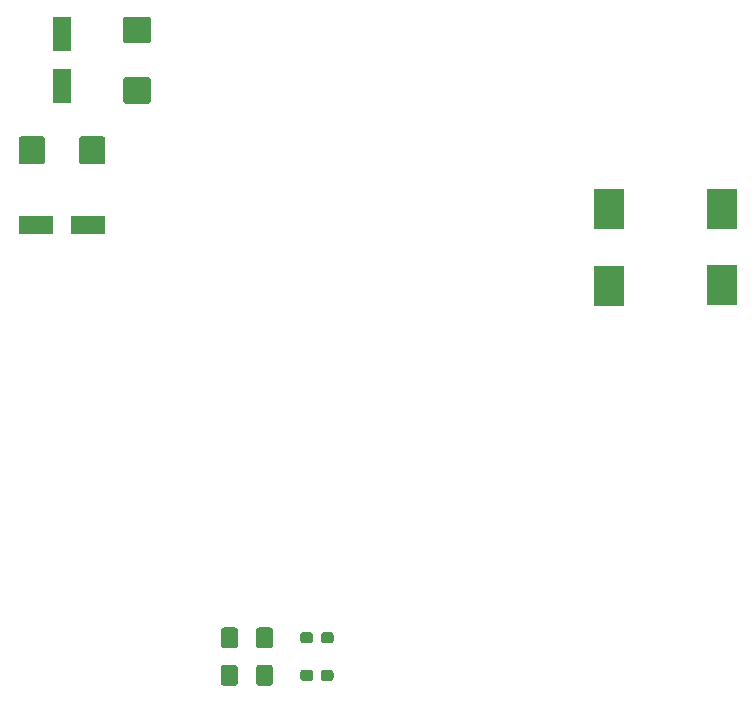
<source format=gbr>
G04 #@! TF.GenerationSoftware,KiCad,Pcbnew,(5.0.0)*
G04 #@! TF.CreationDate,2018-08-26T00:23:22+09:00*
G04 #@! TF.ProjectId,power-supply,706F7765722D737570706C792E6B6963,rev?*
G04 #@! TF.SameCoordinates,Original*
G04 #@! TF.FileFunction,Paste,Top*
G04 #@! TF.FilePolarity,Positive*
%FSLAX46Y46*%
G04 Gerber Fmt 4.6, Leading zero omitted, Abs format (unit mm)*
G04 Created by KiCad (PCBNEW (5.0.0)) date 08/26/18 00:23:22*
%MOMM*%
%LPD*%
G01*
G04 APERTURE LIST*
%ADD10R,3.000000X1.600000*%
%ADD11R,2.500000X3.500000*%
%ADD12C,0.100000*%
%ADD13C,2.250000*%
%ADD14R,1.600000X3.000000*%
%ADD15C,0.950000*%
%ADD16C,1.425000*%
G04 APERTURE END LIST*
D10*
G04 #@! TO.C,C4*
X-19390000Y-3175000D03*
X-23790000Y-3175000D03*
G04 #@! TD*
D11*
G04 #@! TO.C,C5*
X34290000Y-1755000D03*
X34290000Y-8255000D03*
G04 #@! TD*
D12*
G04 #@! TO.C,C6*
G36*
X-18140495Y4348796D02*
X-18116227Y4345196D01*
X-18092428Y4339235D01*
X-18069329Y4330970D01*
X-18047150Y4320480D01*
X-18026107Y4307868D01*
X-18006401Y4293253D01*
X-17988223Y4276777D01*
X-17971747Y4258599D01*
X-17957132Y4238893D01*
X-17944520Y4217850D01*
X-17934030Y4195671D01*
X-17925765Y4172572D01*
X-17919804Y4148773D01*
X-17916204Y4124505D01*
X-17915000Y4100001D01*
X-17915000Y2249999D01*
X-17916204Y2225495D01*
X-17919804Y2201227D01*
X-17925765Y2177428D01*
X-17934030Y2154329D01*
X-17944520Y2132150D01*
X-17957132Y2111107D01*
X-17971747Y2091401D01*
X-17988223Y2073223D01*
X-18006401Y2056747D01*
X-18026107Y2042132D01*
X-18047150Y2029520D01*
X-18069329Y2019030D01*
X-18092428Y2010765D01*
X-18116227Y2004804D01*
X-18140495Y2001204D01*
X-18164999Y2000000D01*
X-19915001Y2000000D01*
X-19939505Y2001204D01*
X-19963773Y2004804D01*
X-19987572Y2010765D01*
X-20010671Y2019030D01*
X-20032850Y2029520D01*
X-20053893Y2042132D01*
X-20073599Y2056747D01*
X-20091777Y2073223D01*
X-20108253Y2091401D01*
X-20122868Y2111107D01*
X-20135480Y2132150D01*
X-20145970Y2154329D01*
X-20154235Y2177428D01*
X-20160196Y2201227D01*
X-20163796Y2225495D01*
X-20165000Y2249999D01*
X-20165000Y4100001D01*
X-20163796Y4124505D01*
X-20160196Y4148773D01*
X-20154235Y4172572D01*
X-20145970Y4195671D01*
X-20135480Y4217850D01*
X-20122868Y4238893D01*
X-20108253Y4258599D01*
X-20091777Y4276777D01*
X-20073599Y4293253D01*
X-20053893Y4307868D01*
X-20032850Y4320480D01*
X-20010671Y4330970D01*
X-19987572Y4339235D01*
X-19963773Y4345196D01*
X-19939505Y4348796D01*
X-19915001Y4350000D01*
X-18164999Y4350000D01*
X-18140495Y4348796D01*
X-18140495Y4348796D01*
G37*
D13*
X-19040000Y3175000D03*
D12*
G36*
X-23240495Y4348796D02*
X-23216227Y4345196D01*
X-23192428Y4339235D01*
X-23169329Y4330970D01*
X-23147150Y4320480D01*
X-23126107Y4307868D01*
X-23106401Y4293253D01*
X-23088223Y4276777D01*
X-23071747Y4258599D01*
X-23057132Y4238893D01*
X-23044520Y4217850D01*
X-23034030Y4195671D01*
X-23025765Y4172572D01*
X-23019804Y4148773D01*
X-23016204Y4124505D01*
X-23015000Y4100001D01*
X-23015000Y2249999D01*
X-23016204Y2225495D01*
X-23019804Y2201227D01*
X-23025765Y2177428D01*
X-23034030Y2154329D01*
X-23044520Y2132150D01*
X-23057132Y2111107D01*
X-23071747Y2091401D01*
X-23088223Y2073223D01*
X-23106401Y2056747D01*
X-23126107Y2042132D01*
X-23147150Y2029520D01*
X-23169329Y2019030D01*
X-23192428Y2010765D01*
X-23216227Y2004804D01*
X-23240495Y2001204D01*
X-23264999Y2000000D01*
X-25015001Y2000000D01*
X-25039505Y2001204D01*
X-25063773Y2004804D01*
X-25087572Y2010765D01*
X-25110671Y2019030D01*
X-25132850Y2029520D01*
X-25153893Y2042132D01*
X-25173599Y2056747D01*
X-25191777Y2073223D01*
X-25208253Y2091401D01*
X-25222868Y2111107D01*
X-25235480Y2132150D01*
X-25245970Y2154329D01*
X-25254235Y2177428D01*
X-25260196Y2201227D01*
X-25263796Y2225495D01*
X-25265000Y2249999D01*
X-25265000Y4100001D01*
X-25263796Y4124505D01*
X-25260196Y4148773D01*
X-25254235Y4172572D01*
X-25245970Y4195671D01*
X-25235480Y4217850D01*
X-25222868Y4238893D01*
X-25208253Y4258599D01*
X-25191777Y4276777D01*
X-25173599Y4293253D01*
X-25153893Y4307868D01*
X-25132850Y4320480D01*
X-25110671Y4330970D01*
X-25087572Y4339235D01*
X-25063773Y4345196D01*
X-25039505Y4348796D01*
X-25015001Y4350000D01*
X-23264999Y4350000D01*
X-23240495Y4348796D01*
X-23240495Y4348796D01*
G37*
D13*
X-24140000Y3175000D03*
G04 #@! TD*
D14*
G04 #@! TO.C,C7*
X-21590000Y12995000D03*
X-21590000Y8595000D03*
G04 #@! TD*
D12*
G04 #@! TO.C,C8*
G36*
X-14290495Y14468796D02*
X-14266227Y14465196D01*
X-14242428Y14459235D01*
X-14219329Y14450970D01*
X-14197150Y14440480D01*
X-14176107Y14427868D01*
X-14156401Y14413253D01*
X-14138223Y14396777D01*
X-14121747Y14378599D01*
X-14107132Y14358893D01*
X-14094520Y14337850D01*
X-14084030Y14315671D01*
X-14075765Y14292572D01*
X-14069804Y14268773D01*
X-14066204Y14244505D01*
X-14065000Y14220001D01*
X-14065000Y12469999D01*
X-14066204Y12445495D01*
X-14069804Y12421227D01*
X-14075765Y12397428D01*
X-14084030Y12374329D01*
X-14094520Y12352150D01*
X-14107132Y12331107D01*
X-14121747Y12311401D01*
X-14138223Y12293223D01*
X-14156401Y12276747D01*
X-14176107Y12262132D01*
X-14197150Y12249520D01*
X-14219329Y12239030D01*
X-14242428Y12230765D01*
X-14266227Y12224804D01*
X-14290495Y12221204D01*
X-14314999Y12220000D01*
X-16165001Y12220000D01*
X-16189505Y12221204D01*
X-16213773Y12224804D01*
X-16237572Y12230765D01*
X-16260671Y12239030D01*
X-16282850Y12249520D01*
X-16303893Y12262132D01*
X-16323599Y12276747D01*
X-16341777Y12293223D01*
X-16358253Y12311401D01*
X-16372868Y12331107D01*
X-16385480Y12352150D01*
X-16395970Y12374329D01*
X-16404235Y12397428D01*
X-16410196Y12421227D01*
X-16413796Y12445495D01*
X-16415000Y12469999D01*
X-16415000Y14220001D01*
X-16413796Y14244505D01*
X-16410196Y14268773D01*
X-16404235Y14292572D01*
X-16395970Y14315671D01*
X-16385480Y14337850D01*
X-16372868Y14358893D01*
X-16358253Y14378599D01*
X-16341777Y14396777D01*
X-16323599Y14413253D01*
X-16303893Y14427868D01*
X-16282850Y14440480D01*
X-16260671Y14450970D01*
X-16237572Y14459235D01*
X-16213773Y14465196D01*
X-16189505Y14468796D01*
X-16165001Y14470000D01*
X-14314999Y14470000D01*
X-14290495Y14468796D01*
X-14290495Y14468796D01*
G37*
D13*
X-15240000Y13345000D03*
D12*
G36*
X-14290495Y9368796D02*
X-14266227Y9365196D01*
X-14242428Y9359235D01*
X-14219329Y9350970D01*
X-14197150Y9340480D01*
X-14176107Y9327868D01*
X-14156401Y9313253D01*
X-14138223Y9296777D01*
X-14121747Y9278599D01*
X-14107132Y9258893D01*
X-14094520Y9237850D01*
X-14084030Y9215671D01*
X-14075765Y9192572D01*
X-14069804Y9168773D01*
X-14066204Y9144505D01*
X-14065000Y9120001D01*
X-14065000Y7369999D01*
X-14066204Y7345495D01*
X-14069804Y7321227D01*
X-14075765Y7297428D01*
X-14084030Y7274329D01*
X-14094520Y7252150D01*
X-14107132Y7231107D01*
X-14121747Y7211401D01*
X-14138223Y7193223D01*
X-14156401Y7176747D01*
X-14176107Y7162132D01*
X-14197150Y7149520D01*
X-14219329Y7139030D01*
X-14242428Y7130765D01*
X-14266227Y7124804D01*
X-14290495Y7121204D01*
X-14314999Y7120000D01*
X-16165001Y7120000D01*
X-16189505Y7121204D01*
X-16213773Y7124804D01*
X-16237572Y7130765D01*
X-16260671Y7139030D01*
X-16282850Y7149520D01*
X-16303893Y7162132D01*
X-16323599Y7176747D01*
X-16341777Y7193223D01*
X-16358253Y7211401D01*
X-16372868Y7231107D01*
X-16385480Y7252150D01*
X-16395970Y7274329D01*
X-16404235Y7297428D01*
X-16410196Y7321227D01*
X-16413796Y7345495D01*
X-16415000Y7369999D01*
X-16415000Y9120001D01*
X-16413796Y9144505D01*
X-16410196Y9168773D01*
X-16404235Y9192572D01*
X-16395970Y9215671D01*
X-16385480Y9237850D01*
X-16372868Y9258893D01*
X-16358253Y9278599D01*
X-16341777Y9296777D01*
X-16323599Y9313253D01*
X-16303893Y9327868D01*
X-16282850Y9340480D01*
X-16260671Y9350970D01*
X-16237572Y9359235D01*
X-16213773Y9365196D01*
X-16189505Y9368796D01*
X-16165001Y9370000D01*
X-14314999Y9370000D01*
X-14290495Y9368796D01*
X-14290495Y9368796D01*
G37*
D13*
X-15240000Y8245000D03*
G04 #@! TD*
D11*
G04 #@! TO.C,C9*
X24765000Y-8330000D03*
X24765000Y-1830000D03*
G04 #@! TD*
D12*
G04 #@! TO.C,D3*
G36*
X-564221Y-40801144D02*
X-541166Y-40804563D01*
X-518557Y-40810227D01*
X-496613Y-40818079D01*
X-475543Y-40828044D01*
X-455552Y-40840026D01*
X-436832Y-40853910D01*
X-419562Y-40869562D01*
X-403910Y-40886832D01*
X-390026Y-40905552D01*
X-378044Y-40925543D01*
X-368079Y-40946613D01*
X-360227Y-40968557D01*
X-354563Y-40991166D01*
X-351144Y-41014221D01*
X-350000Y-41037500D01*
X-350000Y-41512500D01*
X-351144Y-41535779D01*
X-354563Y-41558834D01*
X-360227Y-41581443D01*
X-368079Y-41603387D01*
X-378044Y-41624457D01*
X-390026Y-41644448D01*
X-403910Y-41663168D01*
X-419562Y-41680438D01*
X-436832Y-41696090D01*
X-455552Y-41709974D01*
X-475543Y-41721956D01*
X-496613Y-41731921D01*
X-518557Y-41739773D01*
X-541166Y-41745437D01*
X-564221Y-41748856D01*
X-587500Y-41750000D01*
X-1162500Y-41750000D01*
X-1185779Y-41748856D01*
X-1208834Y-41745437D01*
X-1231443Y-41739773D01*
X-1253387Y-41731921D01*
X-1274457Y-41721956D01*
X-1294448Y-41709974D01*
X-1313168Y-41696090D01*
X-1330438Y-41680438D01*
X-1346090Y-41663168D01*
X-1359974Y-41644448D01*
X-1371956Y-41624457D01*
X-1381921Y-41603387D01*
X-1389773Y-41581443D01*
X-1395437Y-41558834D01*
X-1398856Y-41535779D01*
X-1400000Y-41512500D01*
X-1400000Y-41037500D01*
X-1398856Y-41014221D01*
X-1395437Y-40991166D01*
X-1389773Y-40968557D01*
X-1381921Y-40946613D01*
X-1371956Y-40925543D01*
X-1359974Y-40905552D01*
X-1346090Y-40886832D01*
X-1330438Y-40869562D01*
X-1313168Y-40853910D01*
X-1294448Y-40840026D01*
X-1274457Y-40828044D01*
X-1253387Y-40818079D01*
X-1231443Y-40810227D01*
X-1208834Y-40804563D01*
X-1185779Y-40801144D01*
X-1162500Y-40800000D01*
X-587500Y-40800000D01*
X-564221Y-40801144D01*
X-564221Y-40801144D01*
G37*
D15*
X-875000Y-41275000D03*
D12*
G36*
X1185779Y-40801144D02*
X1208834Y-40804563D01*
X1231443Y-40810227D01*
X1253387Y-40818079D01*
X1274457Y-40828044D01*
X1294448Y-40840026D01*
X1313168Y-40853910D01*
X1330438Y-40869562D01*
X1346090Y-40886832D01*
X1359974Y-40905552D01*
X1371956Y-40925543D01*
X1381921Y-40946613D01*
X1389773Y-40968557D01*
X1395437Y-40991166D01*
X1398856Y-41014221D01*
X1400000Y-41037500D01*
X1400000Y-41512500D01*
X1398856Y-41535779D01*
X1395437Y-41558834D01*
X1389773Y-41581443D01*
X1381921Y-41603387D01*
X1371956Y-41624457D01*
X1359974Y-41644448D01*
X1346090Y-41663168D01*
X1330438Y-41680438D01*
X1313168Y-41696090D01*
X1294448Y-41709974D01*
X1274457Y-41721956D01*
X1253387Y-41731921D01*
X1231443Y-41739773D01*
X1208834Y-41745437D01*
X1185779Y-41748856D01*
X1162500Y-41750000D01*
X587500Y-41750000D01*
X564221Y-41748856D01*
X541166Y-41745437D01*
X518557Y-41739773D01*
X496613Y-41731921D01*
X475543Y-41721956D01*
X455552Y-41709974D01*
X436832Y-41696090D01*
X419562Y-41680438D01*
X403910Y-41663168D01*
X390026Y-41644448D01*
X378044Y-41624457D01*
X368079Y-41603387D01*
X360227Y-41581443D01*
X354563Y-41558834D01*
X351144Y-41535779D01*
X350000Y-41512500D01*
X350000Y-41037500D01*
X351144Y-41014221D01*
X354563Y-40991166D01*
X360227Y-40968557D01*
X368079Y-40946613D01*
X378044Y-40925543D01*
X390026Y-40905552D01*
X403910Y-40886832D01*
X419562Y-40869562D01*
X436832Y-40853910D01*
X455552Y-40840026D01*
X475543Y-40828044D01*
X496613Y-40818079D01*
X518557Y-40810227D01*
X541166Y-40804563D01*
X564221Y-40801144D01*
X587500Y-40800000D01*
X1162500Y-40800000D01*
X1185779Y-40801144D01*
X1185779Y-40801144D01*
G37*
D15*
X875000Y-41275000D03*
G04 #@! TD*
D12*
G04 #@! TO.C,D4*
G36*
X1185779Y-37626144D02*
X1208834Y-37629563D01*
X1231443Y-37635227D01*
X1253387Y-37643079D01*
X1274457Y-37653044D01*
X1294448Y-37665026D01*
X1313168Y-37678910D01*
X1330438Y-37694562D01*
X1346090Y-37711832D01*
X1359974Y-37730552D01*
X1371956Y-37750543D01*
X1381921Y-37771613D01*
X1389773Y-37793557D01*
X1395437Y-37816166D01*
X1398856Y-37839221D01*
X1400000Y-37862500D01*
X1400000Y-38337500D01*
X1398856Y-38360779D01*
X1395437Y-38383834D01*
X1389773Y-38406443D01*
X1381921Y-38428387D01*
X1371956Y-38449457D01*
X1359974Y-38469448D01*
X1346090Y-38488168D01*
X1330438Y-38505438D01*
X1313168Y-38521090D01*
X1294448Y-38534974D01*
X1274457Y-38546956D01*
X1253387Y-38556921D01*
X1231443Y-38564773D01*
X1208834Y-38570437D01*
X1185779Y-38573856D01*
X1162500Y-38575000D01*
X587500Y-38575000D01*
X564221Y-38573856D01*
X541166Y-38570437D01*
X518557Y-38564773D01*
X496613Y-38556921D01*
X475543Y-38546956D01*
X455552Y-38534974D01*
X436832Y-38521090D01*
X419562Y-38505438D01*
X403910Y-38488168D01*
X390026Y-38469448D01*
X378044Y-38449457D01*
X368079Y-38428387D01*
X360227Y-38406443D01*
X354563Y-38383834D01*
X351144Y-38360779D01*
X350000Y-38337500D01*
X350000Y-37862500D01*
X351144Y-37839221D01*
X354563Y-37816166D01*
X360227Y-37793557D01*
X368079Y-37771613D01*
X378044Y-37750543D01*
X390026Y-37730552D01*
X403910Y-37711832D01*
X419562Y-37694562D01*
X436832Y-37678910D01*
X455552Y-37665026D01*
X475543Y-37653044D01*
X496613Y-37643079D01*
X518557Y-37635227D01*
X541166Y-37629563D01*
X564221Y-37626144D01*
X587500Y-37625000D01*
X1162500Y-37625000D01*
X1185779Y-37626144D01*
X1185779Y-37626144D01*
G37*
D15*
X875000Y-38100000D03*
D12*
G36*
X-564221Y-37626144D02*
X-541166Y-37629563D01*
X-518557Y-37635227D01*
X-496613Y-37643079D01*
X-475543Y-37653044D01*
X-455552Y-37665026D01*
X-436832Y-37678910D01*
X-419562Y-37694562D01*
X-403910Y-37711832D01*
X-390026Y-37730552D01*
X-378044Y-37750543D01*
X-368079Y-37771613D01*
X-360227Y-37793557D01*
X-354563Y-37816166D01*
X-351144Y-37839221D01*
X-350000Y-37862500D01*
X-350000Y-38337500D01*
X-351144Y-38360779D01*
X-354563Y-38383834D01*
X-360227Y-38406443D01*
X-368079Y-38428387D01*
X-378044Y-38449457D01*
X-390026Y-38469448D01*
X-403910Y-38488168D01*
X-419562Y-38505438D01*
X-436832Y-38521090D01*
X-455552Y-38534974D01*
X-475543Y-38546956D01*
X-496613Y-38556921D01*
X-518557Y-38564773D01*
X-541166Y-38570437D01*
X-564221Y-38573856D01*
X-587500Y-38575000D01*
X-1162500Y-38575000D01*
X-1185779Y-38573856D01*
X-1208834Y-38570437D01*
X-1231443Y-38564773D01*
X-1253387Y-38556921D01*
X-1274457Y-38546956D01*
X-1294448Y-38534974D01*
X-1313168Y-38521090D01*
X-1330438Y-38505438D01*
X-1346090Y-38488168D01*
X-1359974Y-38469448D01*
X-1371956Y-38449457D01*
X-1381921Y-38428387D01*
X-1389773Y-38406443D01*
X-1395437Y-38383834D01*
X-1398856Y-38360779D01*
X-1400000Y-38337500D01*
X-1400000Y-37862500D01*
X-1398856Y-37839221D01*
X-1395437Y-37816166D01*
X-1389773Y-37793557D01*
X-1381921Y-37771613D01*
X-1371956Y-37750543D01*
X-1359974Y-37730552D01*
X-1346090Y-37711832D01*
X-1330438Y-37694562D01*
X-1313168Y-37678910D01*
X-1294448Y-37665026D01*
X-1274457Y-37653044D01*
X-1253387Y-37643079D01*
X-1231443Y-37635227D01*
X-1208834Y-37629563D01*
X-1185779Y-37626144D01*
X-1162500Y-37625000D01*
X-587500Y-37625000D01*
X-564221Y-37626144D01*
X-564221Y-37626144D01*
G37*
D15*
X-875000Y-38100000D03*
G04 #@! TD*
D12*
G04 #@! TO.C,R1*
G36*
X-3957996Y-40401204D02*
X-3933727Y-40404804D01*
X-3909929Y-40410765D01*
X-3886829Y-40419030D01*
X-3864651Y-40429520D01*
X-3843607Y-40442133D01*
X-3823902Y-40456747D01*
X-3805723Y-40473223D01*
X-3789247Y-40491402D01*
X-3774633Y-40511107D01*
X-3762020Y-40532151D01*
X-3751530Y-40554329D01*
X-3743265Y-40577429D01*
X-3737304Y-40601227D01*
X-3733704Y-40625496D01*
X-3732500Y-40650000D01*
X-3732500Y-41900000D01*
X-3733704Y-41924504D01*
X-3737304Y-41948773D01*
X-3743265Y-41972571D01*
X-3751530Y-41995671D01*
X-3762020Y-42017849D01*
X-3774633Y-42038893D01*
X-3789247Y-42058598D01*
X-3805723Y-42076777D01*
X-3823902Y-42093253D01*
X-3843607Y-42107867D01*
X-3864651Y-42120480D01*
X-3886829Y-42130970D01*
X-3909929Y-42139235D01*
X-3933727Y-42145196D01*
X-3957996Y-42148796D01*
X-3982500Y-42150000D01*
X-4907500Y-42150000D01*
X-4932004Y-42148796D01*
X-4956273Y-42145196D01*
X-4980071Y-42139235D01*
X-5003171Y-42130970D01*
X-5025349Y-42120480D01*
X-5046393Y-42107867D01*
X-5066098Y-42093253D01*
X-5084277Y-42076777D01*
X-5100753Y-42058598D01*
X-5115367Y-42038893D01*
X-5127980Y-42017849D01*
X-5138470Y-41995671D01*
X-5146735Y-41972571D01*
X-5152696Y-41948773D01*
X-5156296Y-41924504D01*
X-5157500Y-41900000D01*
X-5157500Y-40650000D01*
X-5156296Y-40625496D01*
X-5152696Y-40601227D01*
X-5146735Y-40577429D01*
X-5138470Y-40554329D01*
X-5127980Y-40532151D01*
X-5115367Y-40511107D01*
X-5100753Y-40491402D01*
X-5084277Y-40473223D01*
X-5066098Y-40456747D01*
X-5046393Y-40442133D01*
X-5025349Y-40429520D01*
X-5003171Y-40419030D01*
X-4980071Y-40410765D01*
X-4956273Y-40404804D01*
X-4932004Y-40401204D01*
X-4907500Y-40400000D01*
X-3982500Y-40400000D01*
X-3957996Y-40401204D01*
X-3957996Y-40401204D01*
G37*
D16*
X-4445000Y-41275000D03*
D12*
G36*
X-6932996Y-40401204D02*
X-6908727Y-40404804D01*
X-6884929Y-40410765D01*
X-6861829Y-40419030D01*
X-6839651Y-40429520D01*
X-6818607Y-40442133D01*
X-6798902Y-40456747D01*
X-6780723Y-40473223D01*
X-6764247Y-40491402D01*
X-6749633Y-40511107D01*
X-6737020Y-40532151D01*
X-6726530Y-40554329D01*
X-6718265Y-40577429D01*
X-6712304Y-40601227D01*
X-6708704Y-40625496D01*
X-6707500Y-40650000D01*
X-6707500Y-41900000D01*
X-6708704Y-41924504D01*
X-6712304Y-41948773D01*
X-6718265Y-41972571D01*
X-6726530Y-41995671D01*
X-6737020Y-42017849D01*
X-6749633Y-42038893D01*
X-6764247Y-42058598D01*
X-6780723Y-42076777D01*
X-6798902Y-42093253D01*
X-6818607Y-42107867D01*
X-6839651Y-42120480D01*
X-6861829Y-42130970D01*
X-6884929Y-42139235D01*
X-6908727Y-42145196D01*
X-6932996Y-42148796D01*
X-6957500Y-42150000D01*
X-7882500Y-42150000D01*
X-7907004Y-42148796D01*
X-7931273Y-42145196D01*
X-7955071Y-42139235D01*
X-7978171Y-42130970D01*
X-8000349Y-42120480D01*
X-8021393Y-42107867D01*
X-8041098Y-42093253D01*
X-8059277Y-42076777D01*
X-8075753Y-42058598D01*
X-8090367Y-42038893D01*
X-8102980Y-42017849D01*
X-8113470Y-41995671D01*
X-8121735Y-41972571D01*
X-8127696Y-41948773D01*
X-8131296Y-41924504D01*
X-8132500Y-41900000D01*
X-8132500Y-40650000D01*
X-8131296Y-40625496D01*
X-8127696Y-40601227D01*
X-8121735Y-40577429D01*
X-8113470Y-40554329D01*
X-8102980Y-40532151D01*
X-8090367Y-40511107D01*
X-8075753Y-40491402D01*
X-8059277Y-40473223D01*
X-8041098Y-40456747D01*
X-8021393Y-40442133D01*
X-8000349Y-40429520D01*
X-7978171Y-40419030D01*
X-7955071Y-40410765D01*
X-7931273Y-40404804D01*
X-7907004Y-40401204D01*
X-7882500Y-40400000D01*
X-6957500Y-40400000D01*
X-6932996Y-40401204D01*
X-6932996Y-40401204D01*
G37*
D16*
X-7420000Y-41275000D03*
G04 #@! TD*
D12*
G04 #@! TO.C,R2*
G36*
X-3957996Y-37226204D02*
X-3933727Y-37229804D01*
X-3909929Y-37235765D01*
X-3886829Y-37244030D01*
X-3864651Y-37254520D01*
X-3843607Y-37267133D01*
X-3823902Y-37281747D01*
X-3805723Y-37298223D01*
X-3789247Y-37316402D01*
X-3774633Y-37336107D01*
X-3762020Y-37357151D01*
X-3751530Y-37379329D01*
X-3743265Y-37402429D01*
X-3737304Y-37426227D01*
X-3733704Y-37450496D01*
X-3732500Y-37475000D01*
X-3732500Y-38725000D01*
X-3733704Y-38749504D01*
X-3737304Y-38773773D01*
X-3743265Y-38797571D01*
X-3751530Y-38820671D01*
X-3762020Y-38842849D01*
X-3774633Y-38863893D01*
X-3789247Y-38883598D01*
X-3805723Y-38901777D01*
X-3823902Y-38918253D01*
X-3843607Y-38932867D01*
X-3864651Y-38945480D01*
X-3886829Y-38955970D01*
X-3909929Y-38964235D01*
X-3933727Y-38970196D01*
X-3957996Y-38973796D01*
X-3982500Y-38975000D01*
X-4907500Y-38975000D01*
X-4932004Y-38973796D01*
X-4956273Y-38970196D01*
X-4980071Y-38964235D01*
X-5003171Y-38955970D01*
X-5025349Y-38945480D01*
X-5046393Y-38932867D01*
X-5066098Y-38918253D01*
X-5084277Y-38901777D01*
X-5100753Y-38883598D01*
X-5115367Y-38863893D01*
X-5127980Y-38842849D01*
X-5138470Y-38820671D01*
X-5146735Y-38797571D01*
X-5152696Y-38773773D01*
X-5156296Y-38749504D01*
X-5157500Y-38725000D01*
X-5157500Y-37475000D01*
X-5156296Y-37450496D01*
X-5152696Y-37426227D01*
X-5146735Y-37402429D01*
X-5138470Y-37379329D01*
X-5127980Y-37357151D01*
X-5115367Y-37336107D01*
X-5100753Y-37316402D01*
X-5084277Y-37298223D01*
X-5066098Y-37281747D01*
X-5046393Y-37267133D01*
X-5025349Y-37254520D01*
X-5003171Y-37244030D01*
X-4980071Y-37235765D01*
X-4956273Y-37229804D01*
X-4932004Y-37226204D01*
X-4907500Y-37225000D01*
X-3982500Y-37225000D01*
X-3957996Y-37226204D01*
X-3957996Y-37226204D01*
G37*
D16*
X-4445000Y-38100000D03*
D12*
G36*
X-6932996Y-37226204D02*
X-6908727Y-37229804D01*
X-6884929Y-37235765D01*
X-6861829Y-37244030D01*
X-6839651Y-37254520D01*
X-6818607Y-37267133D01*
X-6798902Y-37281747D01*
X-6780723Y-37298223D01*
X-6764247Y-37316402D01*
X-6749633Y-37336107D01*
X-6737020Y-37357151D01*
X-6726530Y-37379329D01*
X-6718265Y-37402429D01*
X-6712304Y-37426227D01*
X-6708704Y-37450496D01*
X-6707500Y-37475000D01*
X-6707500Y-38725000D01*
X-6708704Y-38749504D01*
X-6712304Y-38773773D01*
X-6718265Y-38797571D01*
X-6726530Y-38820671D01*
X-6737020Y-38842849D01*
X-6749633Y-38863893D01*
X-6764247Y-38883598D01*
X-6780723Y-38901777D01*
X-6798902Y-38918253D01*
X-6818607Y-38932867D01*
X-6839651Y-38945480D01*
X-6861829Y-38955970D01*
X-6884929Y-38964235D01*
X-6908727Y-38970196D01*
X-6932996Y-38973796D01*
X-6957500Y-38975000D01*
X-7882500Y-38975000D01*
X-7907004Y-38973796D01*
X-7931273Y-38970196D01*
X-7955071Y-38964235D01*
X-7978171Y-38955970D01*
X-8000349Y-38945480D01*
X-8021393Y-38932867D01*
X-8041098Y-38918253D01*
X-8059277Y-38901777D01*
X-8075753Y-38883598D01*
X-8090367Y-38863893D01*
X-8102980Y-38842849D01*
X-8113470Y-38820671D01*
X-8121735Y-38797571D01*
X-8127696Y-38773773D01*
X-8131296Y-38749504D01*
X-8132500Y-38725000D01*
X-8132500Y-37475000D01*
X-8131296Y-37450496D01*
X-8127696Y-37426227D01*
X-8121735Y-37402429D01*
X-8113470Y-37379329D01*
X-8102980Y-37357151D01*
X-8090367Y-37336107D01*
X-8075753Y-37316402D01*
X-8059277Y-37298223D01*
X-8041098Y-37281747D01*
X-8021393Y-37267133D01*
X-8000349Y-37254520D01*
X-7978171Y-37244030D01*
X-7955071Y-37235765D01*
X-7931273Y-37229804D01*
X-7907004Y-37226204D01*
X-7882500Y-37225000D01*
X-6957500Y-37225000D01*
X-6932996Y-37226204D01*
X-6932996Y-37226204D01*
G37*
D16*
X-7420000Y-38100000D03*
G04 #@! TD*
M02*

</source>
